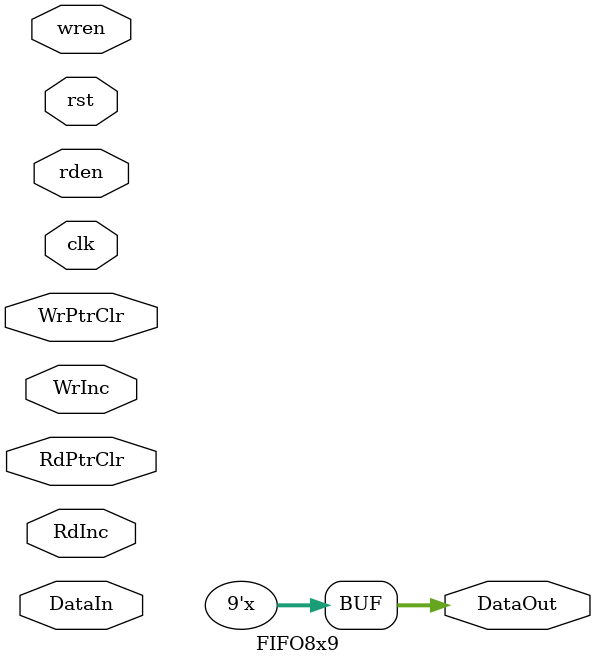
<source format=v>
module FIFO8x9(
  input clk, rst,
  input RdPtrClr, WrPtrClr, 
  input RdInc, WrInc,
  input [8:0] DataIn,
  output reg [8:0] DataOut,
  input rden, wren
	);
//signal declarations

	reg [8:0] fifo_array[7:0];
	reg [7:0] wrptr, rdptr;
	wire [7:0] wr_cnt, rd_cnt;

  always @ (clk)
  begin
    if(RdPtrClr)
    begin
      rdptr<=8'b00000000;
    end
    if(WrPtrClr)
    begin
      wrptr<=8'b00000000;
    end
    if(RdInc)
    begin
      rdptr<=rdptr+1;
    end
    if(WrInc)
    begin
      wrptr<=wrptr+1;
    end
if(rden) 
begin
 DataOut<=fifo_array[rdptr];
end
if(wren)
begin
  fifo_array[wrptr]<=DataIn;
end
  end
  endmodule

</source>
